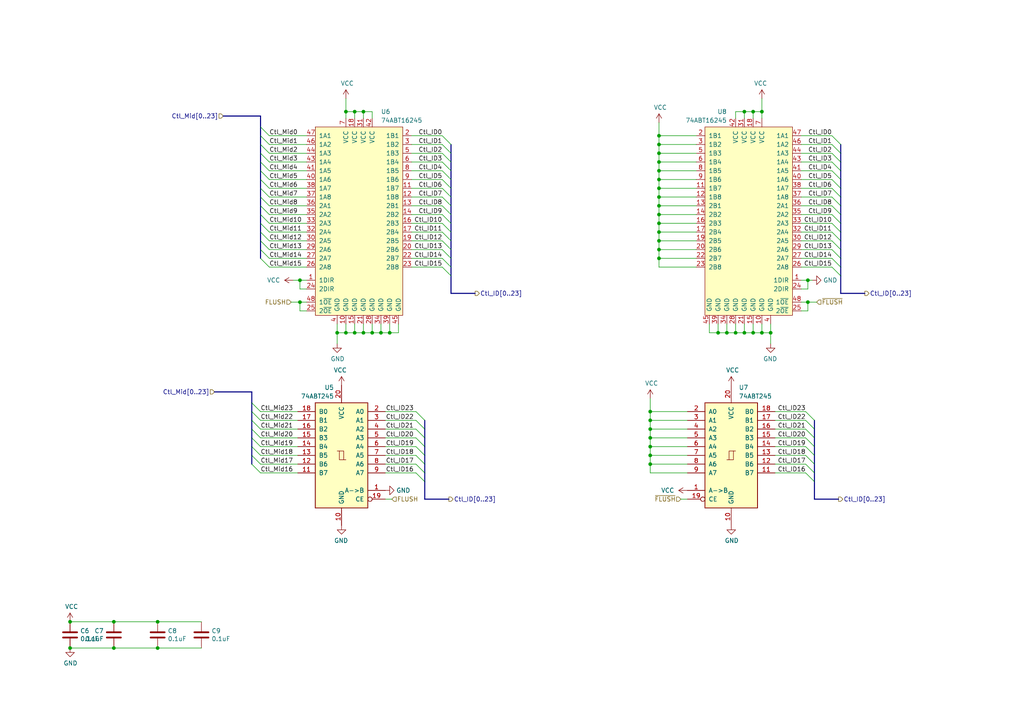
<source format=kicad_sch>
(kicad_sch (version 20230121) (generator eeschema)
  (paper "A4")
  (title_block (date "2023-11-20") (rev "A") (comment 3 "registers must be all ones, which represents a NOP.") (comment 4 "If the ~{FLUSH} signal is asserted then the control signal set presented to the interstage"))
  (lib_symbols
    (symbol "74xx (kicad5):74AHCT16245" (pin_names (offset 1.016))
      (property "Reference" "U" (at 0 1.27 0))
      (property "Value" "74AHCT16245" (at 0 -1.27 0))
      (symbol "74AHCT16245_0_1"
        (rectangle (start -12.7 26.67) (end 12.7 -27.94) (fill (type background)))
      )
      (symbol "74AHCT16245_1_1"
        (pin input line (at -15.24 -17.78 0) (length 2.54) (name "1DIR") (number "1"))
        (pin power_in line (at -3.81 -30.48 90) (length 2.54) (name "GND") (number "10"))
        (pin tri_state line (at 15.24 8.89 180) (length 2.54) (name "1B7") (number "11"))
        (pin tri_state line (at 15.24 6.35 180) (length 2.54) (name "1B8") (number "12"))
        (pin tri_state line (at 15.24 3.81 180) (length 2.54) (name "2B1") (number "13"))
        (pin tri_state line (at 15.24 1.27 180) (length 2.54) (name "2B2") (number "14"))
        (pin power_in line (at -1.27 -30.48 90) (length 2.54) (name "GND") (number "15"))
        (pin tri_state line (at 15.24 -1.27 180) (length 2.54) (name "2B3") (number "16"))
        (pin tri_state line (at 15.24 -3.81 180) (length 2.54) (name "2B4") (number "17"))
        (pin power_in line (at -1.27 29.21 270) (length 2.54) (name "VCC") (number "18"))
        (pin tri_state line (at 15.24 -6.35 180) (length 2.54) (name "2B5") (number "19"))
        (pin tri_state line (at 15.24 24.13 180) (length 2.54) (name "1B1") (number "2"))
        (pin tri_state line (at 15.24 -8.89 180) (length 2.54) (name "2B6") (number "20"))
        (pin power_in line (at 1.27 -30.48 90) (length 2.54) (name "GND") (number "21"))
        (pin tri_state line (at 15.24 -11.43 180) (length 2.54) (name "2B7") (number "22"))
        (pin tri_state line (at 15.24 -13.97 180) (length 2.54) (name "2B8") (number "23"))
        (pin input line (at -15.24 -20.32 0) (length 2.54) (name "2DIR") (number "24"))
        (pin input line (at -15.24 -26.67 0) (length 2.54) (name "2~{OE}") (number "25"))
        (pin tri_state line (at -15.24 -13.97 0) (length 2.54) (name "2A8") (number "26"))
        (pin tri_state line (at -15.24 -11.43 0) (length 2.54) (name "2A7") (number "27"))
        (pin power_in line (at 3.81 -30.48 90) (length 2.54) (name "GND") (number "28"))
        (pin tri_state line (at -15.24 -8.89 0) (length 2.54) (name "2A6") (number "29"))
        (pin tri_state line (at 15.24 21.59 180) (length 2.54) (name "1B2") (number "3"))
        (pin tri_state line (at -15.24 -6.35 0) (length 2.54) (name "2A5") (number "30"))
        (pin power_in line (at 1.27 29.21 270) (length 2.54) (name "VCC") (number "31"))
        (pin tri_state line (at -15.24 -3.81 0) (length 2.54) (name "2A4") (number "32"))
        (pin tri_state line (at -15.24 -1.27 0) (length 2.54) (name "2A3") (number "33"))
        (pin power_in line (at 6.35 -30.48 90) (length 2.54) (name "GND") (number "34"))
        (pin tri_state line (at -15.24 1.27 0) (length 2.54) (name "2A2") (number "35"))
        (pin tri_state line (at -15.24 3.81 0) (length 2.54) (name "2A1") (number "36"))
        (pin tri_state line (at -15.24 6.35 0) (length 2.54) (name "1A8") (number "37"))
        (pin tri_state line (at -15.24 8.89 0) (length 2.54) (name "1A7") (number "38"))
        (pin power_in line (at 8.89 -30.48 90) (length 2.54) (name "GND") (number "39"))
        (pin power_in line (at -6.35 -30.48 90) (length 2.54) (name "GND") (number "4"))
        (pin tri_state line (at -15.24 11.43 0) (length 2.54) (name "1A6") (number "40"))
        (pin tri_state line (at -15.24 13.97 0) (length 2.54) (name "1A5") (number "41"))
        (pin power_in line (at 3.81 29.21 270) (length 2.54) (name "VCC") (number "42"))
        (pin tri_state line (at -15.24 16.51 0) (length 2.54) (name "1A4") (number "43"))
        (pin tri_state line (at -15.24 19.05 0) (length 2.54) (name "1A3") (number "44"))
        (pin power_in line (at 11.43 -30.48 90) (length 2.54) (name "GND") (number "45"))
        (pin tri_state line (at -15.24 21.59 0) (length 2.54) (name "1A2") (number "46"))
        (pin tri_state line (at -15.24 24.13 0) (length 2.54) (name "1A1") (number "47"))
        (pin input line (at -15.24 -24.13 0) (length 2.54) (name "1~{OE}") (number "48"))
        (pin tri_state line (at 15.24 19.05 180) (length 2.54) (name "1B3") (number "5"))
        (pin tri_state line (at 15.24 16.51 180) (length 2.54) (name "1B4") (number "6"))
        (pin power_in line (at -3.81 29.21 270) (length 2.54) (name "VCC") (number "7"))
        (pin tri_state line (at 15.24 13.97 180) (length 2.54) (name "1B5") (number "8"))
        (pin tri_state line (at 15.24 11.43 180) (length 2.54) (name "1B6") (number "9"))
      )
    )
    (symbol "74xx:74HC245" (pin_names (offset 1.016))
      (property "Reference" "U" (at -7.62 16.51 0))
      (property "Value" "74HC245" (at -7.62 -16.51 0))
      (symbol "74HC245_1_0"
        (polyline (pts (xy -0.635 -1.27) (xy -0.635 1.27) (xy 0.635 1.27)))
        (polyline (pts (xy -1.27 -1.27) (xy 0.635 -1.27) (xy 0.635 1.27) (xy 1.27 1.27)))
        (pin input line (at -12.7 -10.16 0) (length 5.08) (name "A->B") (number "1"))
        (pin power_in line (at 0 -20.32 90) (length 5.08) (name "GND") (number "10"))
        (pin tri_state line (at 12.7 -5.08 180) (length 5.08) (name "B7") (number "11"))
        (pin tri_state line (at 12.7 -2.54 180) (length 5.08) (name "B6") (number "12"))
        (pin tri_state line (at 12.7 0 180) (length 5.08) (name "B5") (number "13"))
        (pin tri_state line (at 12.7 2.54 180) (length 5.08) (name "B4") (number "14"))
        (pin tri_state line (at 12.7 5.08 180) (length 5.08) (name "B3") (number "15"))
        (pin tri_state line (at 12.7 7.62 180) (length 5.08) (name "B2") (number "16"))
        (pin tri_state line (at 12.7 10.16 180) (length 5.08) (name "B1") (number "17"))
        (pin tri_state line (at 12.7 12.7 180) (length 5.08) (name "B0") (number "18"))
        (pin input inverted (at -12.7 -12.7 0) (length 5.08) (name "CE") (number "19"))
        (pin tri_state line (at -12.7 12.7 0) (length 5.08) (name "A0") (number "2"))
        (pin power_in line (at 0 20.32 270) (length 5.08) (name "VCC") (number "20"))
        (pin tri_state line (at -12.7 10.16 0) (length 5.08) (name "A1") (number "3"))
        (pin tri_state line (at -12.7 7.62 0) (length 5.08) (name "A2") (number "4"))
        (pin tri_state line (at -12.7 5.08 0) (length 5.08) (name "A3") (number "5"))
        (pin tri_state line (at -12.7 2.54 0) (length 5.08) (name "A4") (number "6"))
        (pin tri_state line (at -12.7 0 0) (length 5.08) (name "A5") (number "7"))
        (pin tri_state line (at -12.7 -2.54 0) (length 5.08) (name "A6") (number "8"))
        (pin tri_state line (at -12.7 -5.08 0) (length 5.08) (name "A7") (number "9"))
      )
      (symbol "74HC245_1_1"
        (rectangle (start -7.62 15.24) (end 7.62 -15.24) (stroke (width 0.254)) (fill (type background)))
      )
    )
    (symbol "Device:C" (pin_numbers hide) (pin_names (offset 0.254))
      (property "Reference" "C" (at 0.635 2.54 0))
      (property "Value" "C" (at 0.635 -2.54 0))
      (symbol "C_0_1"
        (polyline (pts (xy -2.032 -0.762) (xy 2.032 -0.762)) (stroke (width 0.508)))
        (polyline (pts (xy -2.032 0.762) (xy 2.032 0.762)) (stroke (width 0.508)))
      )
      (symbol "C_1_1"
        (pin passive line (at 0 3.81 270) (length 2.794) (name "~") (number "1"))
        (pin passive line (at 0 -3.81 90) (length 2.794) (name "~") (number "2"))
      )
    )
    (symbol "power:GND" (power) (pin_names (offset 0))
      (property "Value" "GND" (at 0 -3.81 0))
      (symbol "GND_0_1"
        (polyline (pts (xy 0 0) (xy 0 -1.27) (xy 1.27 -1.27) (xy 0 -2.54) (xy -1.27 -1.27) (xy 0 -1.27)))
      )
      (symbol "GND_1_1"
        (pin power_in line (at 0 0 270) (length 0) hide (name "GND") (number "1"))
      )
    )
    (symbol "power:VCC" (power) (pin_names (offset 0))
      (property "Value" "VCC" (at 0 3.81 0))
      (symbol "VCC_0_1"
        (polyline (pts (xy -0.762 1.27) (xy 0 2.54)))
        (polyline (pts (xy 0 0) (xy 0 2.54)))
        (polyline (pts (xy 0 2.54) (xy 0.762 1.27)))
      )
      (symbol "VCC_1_1"
        (pin power_in line (at 0 0 90) (length 0) hide (name "VCC") (number "1"))
      )
    )
  )
  (junction (at 188.595 129.54))
  (junction (at 191.135 41.91))
  (junction (at 220.98 32.385))
  (junction (at 100.33 96.52))
  (junction (at 105.41 32.385))
  (junction (at 20.32 187.96))
  (junction (at 188.595 132.08))
  (junction (at 191.135 67.31))
  (junction (at 191.135 44.45))
  (junction (at 191.135 64.77))
  (junction (at 100.33 32.385))
  (junction (at 191.135 69.85))
  (junction (at 188.595 119.38))
  (junction (at 110.49 96.52))
  (junction (at 191.135 72.39))
  (junction (at 105.41 96.52))
  (junction (at 191.135 59.69))
  (junction (at 210.82 96.52))
  (junction (at 223.52 96.52))
  (junction (at 102.87 96.52))
  (junction (at 188.595 124.46))
  (junction (at 191.135 49.53))
  (junction (at 234.315 87.63))
  (junction (at 33.02 187.96))
  (junction (at 191.135 74.93))
  (junction (at 188.595 127))
  (junction (at 102.87 32.385))
  (junction (at 215.9 96.52))
  (junction (at 188.595 134.62))
  (junction (at 45.72 180.34))
  (junction (at 191.135 46.99))
  (junction (at 220.98 96.52))
  (junction (at 86.995 87.63))
  (junction (at 191.135 62.23))
  (junction (at 215.9 32.385))
  (junction (at 191.135 52.07))
  (junction (at 107.95 96.52))
  (junction (at 97.79 96.52))
  (junction (at 191.135 57.15))
  (junction (at 191.135 39.37))
  (junction (at 45.72 187.96))
  (junction (at 213.36 96.52))
  (junction (at 191.135 54.61))
  (junction (at 86.995 81.28))
  (junction (at 218.44 32.385))
  (junction (at 188.595 121.92))
  (junction (at 218.44 96.52))
  (junction (at 33.02 180.34))
  (junction (at 20.32 180.34))
  (junction (at 113.03 96.52))
  (junction (at 208.28 96.52))
  (junction (at 234.315 81.28))
  (bus_entry (at 130.81 72.39) (size -2.54 -2.54))
  (bus_entry (at 243.84 74.93) (size -2.54 -2.54))
  (bus_entry (at 123.19 137.16) (size -2.54 -2.54))
  (bus_entry (at 78.105 59.69) (size -2.54 -2.54))
  (bus_entry (at 123.19 134.62) (size -2.54 -2.54))
  (bus_entry (at 78.105 69.85) (size -2.54 -2.54))
  (bus_entry (at 243.84 62.23) (size -2.54 -2.54))
  (bus_entry (at 236.22 134.62) (size -2.54 -2.54))
  (bus_entry (at 78.105 62.23) (size -2.54 -2.54))
  (bus_entry (at 130.81 69.85) (size -2.54 -2.54))
  (bus_entry (at 243.84 77.47) (size -2.54 -2.54))
  (bus_entry (at 130.81 59.69) (size -2.54 -2.54))
  (bus_entry (at 130.81 44.45) (size -2.54 -2.54))
  (bus_entry (at 75.565 119.38) (size -2.54 -2.54))
  (bus_entry (at 243.84 67.31) (size -2.54 -2.54))
  (bus_entry (at 78.105 54.61) (size -2.54 -2.54))
  (bus_entry (at 78.105 57.15) (size -2.54 -2.54))
  (bus_entry (at 123.19 121.92) (size -2.54 -2.54))
  (bus_entry (at 130.81 49.53) (size -2.54 -2.54))
  (bus_entry (at 243.84 49.53) (size -2.54 -2.54))
  (bus_entry (at 78.105 67.31) (size -2.54 -2.54))
  (bus_entry (at 123.19 124.46) (size -2.54 -2.54))
  (bus_entry (at 243.84 72.39) (size -2.54 -2.54))
  (bus_entry (at 75.565 134.62) (size -2.54 -2.54))
  (bus_entry (at 236.22 124.46) (size -2.54 -2.54))
  (bus_entry (at 78.105 74.93) (size -2.54 -2.54))
  (bus_entry (at 243.84 52.07) (size -2.54 -2.54))
  (bus_entry (at 78.105 64.77) (size -2.54 -2.54))
  (bus_entry (at 130.81 67.31) (size -2.54 -2.54))
  (bus_entry (at 78.105 49.53) (size -2.54 -2.54))
  (bus_entry (at 78.105 52.07) (size -2.54 -2.54))
  (bus_entry (at 78.105 39.37) (size -2.54 -2.54))
  (bus_entry (at 78.105 41.91) (size -2.54 -2.54))
  (bus_entry (at 78.105 44.45) (size -2.54 -2.54))
  (bus_entry (at 78.105 46.99) (size -2.54 -2.54))
  (bus_entry (at 123.19 127) (size -2.54 -2.54))
  (bus_entry (at 130.81 57.15) (size -2.54 -2.54))
  (bus_entry (at 130.81 54.61) (size -2.54 -2.54))
  (bus_entry (at 75.565 124.46) (size -2.54 -2.54))
  (bus_entry (at 123.19 139.7) (size -2.54 -2.54))
  (bus_entry (at 243.84 59.69) (size -2.54 -2.54))
  (bus_entry (at 243.84 64.77) (size -2.54 -2.54))
  (bus_entry (at 243.84 41.91) (size -2.54 -2.54))
  (bus_entry (at 236.22 139.7) (size -2.54 -2.54))
  (bus_entry (at 243.84 80.01) (size -2.54 -2.54))
  (bus_entry (at 243.84 57.15) (size -2.54 -2.54))
  (bus_entry (at 243.84 69.85) (size -2.54 -2.54))
  (bus_entry (at 130.81 46.99) (size -2.54 -2.54))
  (bus_entry (at 75.565 137.16) (size -2.54 -2.54))
  (bus_entry (at 236.22 137.16) (size -2.54 -2.54))
  (bus_entry (at 236.22 129.54) (size -2.54 -2.54))
  (bus_entry (at 75.565 132.08) (size -2.54 -2.54))
  (bus_entry (at 243.84 54.61) (size -2.54 -2.54))
  (bus_entry (at 236.22 132.08) (size -2.54 -2.54))
  (bus_entry (at 130.81 41.91) (size -2.54 -2.54))
  (bus_entry (at 130.81 77.47) (size -2.54 -2.54))
  (bus_entry (at 130.81 74.93) (size -2.54 -2.54))
  (bus_entry (at 130.81 64.77) (size -2.54 -2.54))
  (bus_entry (at 236.22 121.92) (size -2.54 -2.54))
  (bus_entry (at 75.565 127) (size -2.54 -2.54))
  (bus_entry (at 123.19 129.54) (size -2.54 -2.54))
  (bus_entry (at 78.105 77.47) (size -2.54 -2.54))
  (bus_entry (at 236.22 127) (size -2.54 -2.54))
  (bus_entry (at 130.81 52.07) (size -2.54 -2.54))
  (bus_entry (at 75.565 129.54) (size -2.54 -2.54))
  (bus_entry (at 243.84 44.45) (size -2.54 -2.54))
  (bus_entry (at 75.565 121.92) (size -2.54 -2.54))
  (bus_entry (at 123.19 132.08) (size -2.54 -2.54))
  (bus_entry (at 243.84 46.99) (size -2.54 -2.54))
  (bus_entry (at 130.81 62.23) (size -2.54 -2.54))
  (bus_entry (at 78.105 72.39) (size -2.54 -2.54))
  (bus_entry (at 130.81 80.01) (size -2.54 -2.54))
  (wire (pts (xy 191.135 74.93) (xy 191.135 77.47)))
  (wire (pts (xy 215.9 96.52) (xy 213.36 96.52)))
  (wire (pts (xy 241.3 49.53) (xy 232.41 49.53)))
  (wire (pts (xy 120.65 132.08) (xy 111.76 132.08)))
  (wire (pts (xy 191.135 44.45) (xy 201.93 44.45)))
  (bus (pts (xy 75.565 46.99) (xy 75.565 49.53)))
  (wire (pts (xy 191.135 46.99) (xy 191.135 49.53)))
  (bus (pts (xy 75.565 57.15) (xy 75.565 59.69)))
  (bus (pts (xy 243.84 52.07) (xy 243.84 54.61)))
  (wire (pts (xy 234.315 83.82) (xy 232.41 83.82)))
  (wire (pts (xy 215.9 93.98) (xy 215.9 96.52)))
  (wire (pts (xy 78.105 39.37) (xy 88.9 39.37)))
  (wire (pts (xy 191.135 64.77) (xy 191.135 67.31)))
  (wire (pts (xy 75.565 129.54) (xy 86.36 129.54)))
  (bus (pts (xy 243.84 54.61) (xy 243.84 57.15)))
  (wire (pts (xy 33.02 180.34) (xy 45.72 180.34)))
  (wire (pts (xy 78.105 57.15) (xy 88.9 57.15)))
  (wire (pts (xy 224.79 121.92) (xy 233.68 121.92)))
  (wire (pts (xy 191.135 41.91) (xy 191.135 44.45)))
  (bus (pts (xy 243.84 46.99) (xy 243.84 49.53)))
  (wire (pts (xy 128.27 46.99) (xy 119.38 46.99)))
  (bus (pts (xy 130.81 64.77) (xy 130.81 67.31)))
  (wire (pts (xy 188.595 115.57) (xy 188.595 119.38)))
  (wire (pts (xy 188.595 127) (xy 188.595 129.54)))
  (wire (pts (xy 105.41 32.385) (xy 105.41 34.29)))
  (bus (pts (xy 236.22 137.16) (xy 236.22 139.7)))
  (bus (pts (xy 250.825 85.09) (xy 243.84 85.09)))
  (bus (pts (xy 75.565 36.83) (xy 75.565 39.37)))
  (wire (pts (xy 75.565 127) (xy 86.36 127)))
  (bus (pts (xy 137.795 85.09) (xy 130.81 85.09)))
  (wire (pts (xy 78.105 72.39) (xy 88.9 72.39)))
  (wire (pts (xy 85.09 81.28) (xy 86.995 81.28)))
  (wire (pts (xy 191.135 74.93) (xy 201.93 74.93)))
  (bus (pts (xy 130.81 74.93) (xy 130.81 77.47)))
  (wire (pts (xy 110.49 96.52) (xy 113.03 96.52)))
  (bus (pts (xy 123.19 129.54) (xy 123.19 132.08)))
  (wire (pts (xy 20.32 180.34) (xy 33.02 180.34)))
  (wire (pts (xy 218.44 96.52) (xy 215.9 96.52)))
  (wire (pts (xy 78.105 49.53) (xy 88.9 49.53)))
  (wire (pts (xy 241.3 72.39) (xy 232.41 72.39)))
  (bus (pts (xy 130.81 67.31) (xy 130.81 69.85)))
  (wire (pts (xy 220.98 32.385) (xy 218.44 32.385)))
  (wire (pts (xy 220.98 28.575) (xy 220.98 32.385)))
  (bus (pts (xy 123.19 132.08) (xy 123.19 134.62)))
  (wire (pts (xy 78.105 62.23) (xy 88.9 62.23)))
  (wire (pts (xy 128.27 39.37) (xy 119.38 39.37)))
  (wire (pts (xy 97.79 96.52) (xy 100.33 96.52)))
  (wire (pts (xy 241.3 77.47) (xy 232.41 77.47)))
  (wire (pts (xy 105.41 32.385) (xy 107.95 32.385)))
  (wire (pts (xy 188.595 121.92) (xy 188.595 124.46)))
  (wire (pts (xy 100.33 32.385) (xy 102.87 32.385)))
  (wire (pts (xy 78.105 46.99) (xy 88.9 46.99)))
  (wire (pts (xy 188.595 127) (xy 199.39 127)))
  (wire (pts (xy 102.87 96.52) (xy 105.41 96.52)))
  (wire (pts (xy 100.33 93.98) (xy 100.33 96.52)))
  (wire (pts (xy 208.28 93.98) (xy 208.28 96.52)))
  (wire (pts (xy 102.87 32.385) (xy 102.87 34.29)))
  (wire (pts (xy 97.79 93.98) (xy 97.79 96.52)))
  (wire (pts (xy 191.135 69.85) (xy 201.93 69.85)))
  (wire (pts (xy 191.135 49.53) (xy 191.135 52.07)))
  (wire (pts (xy 191.135 44.45) (xy 191.135 46.99)))
  (bus (pts (xy 243.84 77.47) (xy 243.84 80.01)))
  (wire (pts (xy 86.995 81.28) (xy 86.995 83.82)))
  (wire (pts (xy 120.65 121.92) (xy 111.76 121.92)))
  (wire (pts (xy 191.135 64.77) (xy 201.93 64.77)))
  (bus (pts (xy 130.81 69.85) (xy 130.81 72.39)))
  (wire (pts (xy 197.485 144.78) (xy 199.39 144.78)))
  (wire (pts (xy 128.27 44.45) (xy 119.38 44.45)))
  (wire (pts (xy 102.87 93.98) (xy 102.87 96.52)))
  (bus (pts (xy 75.565 69.85) (xy 75.565 72.39)))
  (wire (pts (xy 78.105 59.69) (xy 88.9 59.69)))
  (wire (pts (xy 241.3 44.45) (xy 232.41 44.45)))
  (wire (pts (xy 84.455 87.63) (xy 86.995 87.63)))
  (wire (pts (xy 78.105 54.61) (xy 88.9 54.61)))
  (bus (pts (xy 123.19 121.92) (xy 123.19 124.46)))
  (wire (pts (xy 234.315 87.63) (xy 232.41 87.63)))
  (wire (pts (xy 218.44 32.385) (xy 218.44 34.29)))
  (wire (pts (xy 107.95 32.385) (xy 107.95 34.29)))
  (bus (pts (xy 123.19 127) (xy 123.19 129.54)))
  (wire (pts (xy 128.27 62.23) (xy 119.38 62.23)))
  (wire (pts (xy 110.49 93.98) (xy 110.49 96.52)))
  (wire (pts (xy 107.95 96.52) (xy 110.49 96.52)))
  (bus (pts (xy 130.81 59.69) (xy 130.81 62.23)))
  (bus (pts (xy 243.84 41.91) (xy 243.84 44.45)))
  (wire (pts (xy 191.135 62.23) (xy 201.93 62.23)))
  (wire (pts (xy 191.135 52.07) (xy 191.135 54.61)))
  (wire (pts (xy 120.65 124.46) (xy 111.76 124.46)))
  (wire (pts (xy 97.79 96.52) (xy 97.79 99.695)))
  (wire (pts (xy 86.995 90.17) (xy 86.995 87.63)))
  (wire (pts (xy 210.82 96.52) (xy 208.28 96.52)))
  (bus (pts (xy 236.22 127) (xy 236.22 129.54)))
  (wire (pts (xy 241.3 57.15) (xy 232.41 57.15)))
  (bus (pts (xy 236.22 132.08) (xy 236.22 134.62)))
  (wire (pts (xy 188.595 129.54) (xy 188.595 132.08)))
  (wire (pts (xy 241.3 54.61) (xy 232.41 54.61)))
  (wire (pts (xy 100.33 28.575) (xy 100.33 32.385)))
  (wire (pts (xy 191.135 46.99) (xy 201.93 46.99)))
  (wire (pts (xy 188.595 137.16) (xy 199.39 137.16)))
  (wire (pts (xy 128.27 59.69) (xy 119.38 59.69)))
  (bus (pts (xy 73.025 116.84) (xy 73.025 119.38)))
  (wire (pts (xy 58.42 187.96) (xy 45.72 187.96)))
  (wire (pts (xy 213.36 96.52) (xy 210.82 96.52)))
  (wire (pts (xy 128.27 72.39) (xy 119.38 72.39)))
  (wire (pts (xy 236.855 87.63) (xy 234.315 87.63)))
  (bus (pts (xy 130.81 80.01) (xy 130.81 85.09)))
  (wire (pts (xy 128.27 57.15) (xy 119.38 57.15)))
  (wire (pts (xy 45.72 180.34) (xy 58.42 180.34)))
  (wire (pts (xy 213.36 93.98) (xy 213.36 96.52)))
  (wire (pts (xy 241.3 46.99) (xy 232.41 46.99)))
  (wire (pts (xy 223.52 96.52) (xy 223.52 99.695)))
  (wire (pts (xy 220.98 34.29) (xy 220.98 32.385)))
  (wire (pts (xy 128.27 41.91) (xy 119.38 41.91)))
  (wire (pts (xy 128.27 54.61) (xy 119.38 54.61)))
  (wire (pts (xy 188.595 134.62) (xy 199.39 134.62)))
  (wire (pts (xy 188.595 132.08) (xy 199.39 132.08)))
  (wire (pts (xy 241.3 39.37) (xy 232.41 39.37)))
  (wire (pts (xy 241.3 67.31) (xy 232.41 67.31)))
  (wire (pts (xy 218.44 93.98) (xy 218.44 96.52)))
  (bus (pts (xy 75.565 39.37) (xy 75.565 41.91)))
  (wire (pts (xy 191.135 72.39) (xy 201.93 72.39)))
  (wire (pts (xy 215.9 32.385) (xy 215.9 34.29)))
  (bus (pts (xy 73.025 127) (xy 73.025 129.54)))
  (bus (pts (xy 236.22 134.62) (xy 236.22 137.16)))
  (bus (pts (xy 243.84 67.31) (xy 243.84 69.85)))
  (bus (pts (xy 130.81 46.99) (xy 130.81 49.53)))
  (wire (pts (xy 232.41 90.17) (xy 234.315 90.17)))
  (bus (pts (xy 123.19 134.62) (xy 123.19 137.16)))
  (bus (pts (xy 62.23 113.665) (xy 73.025 113.665)))
  (wire (pts (xy 188.595 134.62) (xy 188.595 137.16)))
  (bus (pts (xy 130.81 52.07) (xy 130.81 54.61)))
  (wire (pts (xy 188.595 119.38) (xy 199.39 119.38)))
  (wire (pts (xy 120.65 137.16) (xy 111.76 137.16)))
  (wire (pts (xy 241.3 52.07) (xy 232.41 52.07)))
  (wire (pts (xy 113.03 96.52) (xy 115.57 96.52)))
  (wire (pts (xy 78.105 41.91) (xy 88.9 41.91)))
  (bus (pts (xy 243.84 64.77) (xy 243.84 67.31)))
  (wire (pts (xy 224.79 132.08) (xy 233.68 132.08)))
  (bus (pts (xy 75.565 59.69) (xy 75.565 62.23)))
  (wire (pts (xy 188.595 119.38) (xy 188.595 121.92)))
  (wire (pts (xy 191.135 59.69) (xy 201.93 59.69)))
  (wire (pts (xy 205.74 96.52) (xy 205.74 93.98)))
  (wire (pts (xy 235.585 81.28) (xy 234.315 81.28)))
  (bus (pts (xy 243.84 74.93) (xy 243.84 77.47)))
  (bus (pts (xy 75.565 67.31) (xy 75.565 69.85)))
  (bus (pts (xy 123.19 139.7) (xy 123.19 144.78)))
  (wire (pts (xy 220.98 96.52) (xy 218.44 96.52)))
  (wire (pts (xy 208.28 96.52) (xy 205.74 96.52)))
  (bus (pts (xy 130.81 57.15) (xy 130.81 59.69)))
  (bus (pts (xy 130.81 44.45) (xy 130.81 46.99)))
  (wire (pts (xy 191.135 69.85) (xy 191.135 72.39)))
  (wire (pts (xy 234.315 90.17) (xy 234.315 87.63)))
  (wire (pts (xy 78.105 74.93) (xy 88.9 74.93)))
  (bus (pts (xy 243.84 80.01) (xy 243.84 85.09)))
  (wire (pts (xy 128.27 49.53) (xy 119.38 49.53)))
  (wire (pts (xy 191.135 72.39) (xy 191.135 74.93)))
  (wire (pts (xy 100.33 96.52) (xy 102.87 96.52)))
  (wire (pts (xy 75.565 132.08) (xy 86.36 132.08)))
  (bus (pts (xy 123.19 124.46) (xy 123.19 127)))
  (wire (pts (xy 33.02 187.96) (xy 20.32 187.96)))
  (wire (pts (xy 78.105 77.47) (xy 88.9 77.47)))
  (wire (pts (xy 75.565 134.62) (xy 86.36 134.62)))
  (bus (pts (xy 130.81 49.53) (xy 130.81 52.07)))
  (wire (pts (xy 210.82 93.98) (xy 210.82 96.52)))
  (wire (pts (xy 215.9 32.385) (xy 213.36 32.385)))
  (wire (pts (xy 224.79 127) (xy 233.68 127)))
  (bus (pts (xy 73.025 119.38) (xy 73.025 121.92)))
  (wire (pts (xy 224.79 137.16) (xy 233.68 137.16)))
  (wire (pts (xy 78.105 67.31) (xy 88.9 67.31)))
  (bus (pts (xy 243.205 144.78) (xy 236.22 144.78)))
  (wire (pts (xy 218.44 32.385) (xy 215.9 32.385)))
  (wire (pts (xy 120.65 119.38) (xy 111.76 119.38)))
  (bus (pts (xy 75.565 52.07) (xy 75.565 54.61)))
  (bus (pts (xy 236.22 139.7) (xy 236.22 144.78)))
  (bus (pts (xy 243.84 49.53) (xy 243.84 52.07)))
  (wire (pts (xy 188.595 132.08) (xy 188.595 134.62)))
  (wire (pts (xy 191.135 67.31) (xy 201.93 67.31)))
  (wire (pts (xy 224.79 124.46) (xy 233.68 124.46)))
  (wire (pts (xy 213.36 32.385) (xy 213.36 34.29)))
  (wire (pts (xy 191.135 62.23) (xy 191.135 64.77)))
  (bus (pts (xy 64.77 33.655) (xy 75.565 33.655)))
  (wire (pts (xy 128.27 52.07) (xy 119.38 52.07)))
  (wire (pts (xy 232.41 81.28) (xy 234.315 81.28)))
  (bus (pts (xy 73.025 113.665) (xy 73.025 116.84)))
  (bus (pts (xy 75.565 41.91) (xy 75.565 44.45)))
  (wire (pts (xy 241.3 59.69) (xy 232.41 59.69)))
  (wire (pts (xy 120.65 129.54) (xy 111.76 129.54)))
  (wire (pts (xy 241.3 74.93) (xy 232.41 74.93)))
  (wire (pts (xy 100.33 34.29) (xy 100.33 32.385)))
  (wire (pts (xy 120.65 134.62) (xy 111.76 134.62)))
  (wire (pts (xy 241.3 64.77) (xy 232.41 64.77)))
  (bus (pts (xy 243.84 72.39) (xy 243.84 74.93)))
  (wire (pts (xy 224.79 134.62) (xy 233.68 134.62)))
  (wire (pts (xy 128.27 69.85) (xy 119.38 69.85)))
  (wire (pts (xy 107.95 93.98) (xy 107.95 96.52)))
  (wire (pts (xy 191.135 39.37) (xy 191.135 41.91)))
  (bus (pts (xy 130.81 62.23) (xy 130.81 64.77)))
  (bus (pts (xy 75.565 44.45) (xy 75.565 46.99)))
  (wire (pts (xy 191.135 41.91) (xy 201.93 41.91)))
  (wire (pts (xy 188.595 121.92) (xy 199.39 121.92)))
  (wire (pts (xy 120.65 127) (xy 111.76 127)))
  (wire (pts (xy 88.9 90.17) (xy 86.995 90.17)))
  (wire (pts (xy 113.665 144.78) (xy 111.76 144.78)))
  (bus (pts (xy 75.565 49.53) (xy 75.565 52.07)))
  (bus (pts (xy 236.22 124.46) (xy 236.22 127)))
  (wire (pts (xy 86.995 87.63) (xy 88.9 87.63)))
  (wire (pts (xy 128.27 74.93) (xy 119.38 74.93)))
  (bus (pts (xy 130.81 54.61) (xy 130.81 57.15)))
  (wire (pts (xy 75.565 121.92) (xy 86.36 121.92)))
  (wire (pts (xy 113.03 93.98) (xy 113.03 96.52)))
  (wire (pts (xy 88.9 81.28) (xy 86.995 81.28)))
  (bus (pts (xy 130.81 41.91) (xy 130.81 44.45)))
  (bus (pts (xy 243.84 62.23) (xy 243.84 64.77)))
  (wire (pts (xy 102.87 32.385) (xy 105.41 32.385)))
  (bus (pts (xy 73.025 121.92) (xy 73.025 124.46)))
  (bus (pts (xy 75.565 62.23) (xy 75.565 64.77)))
  (wire (pts (xy 78.105 64.77) (xy 88.9 64.77)))
  (wire (pts (xy 115.57 96.52) (xy 115.57 93.98)))
  (wire (pts (xy 241.3 41.91) (xy 232.41 41.91)))
  (bus (pts (xy 236.22 121.92) (xy 236.22 124.46)))
  (wire (pts (xy 191.135 39.37) (xy 201.93 39.37)))
  (wire (pts (xy 223.52 93.98) (xy 223.52 96.52)))
  (bus (pts (xy 243.84 57.15) (xy 243.84 59.69)))
  (wire (pts (xy 78.105 44.45) (xy 88.9 44.45)))
  (bus (pts (xy 130.81 77.47) (xy 130.81 80.01)))
  (wire (pts (xy 241.3 62.23) (xy 232.41 62.23)))
  (wire (pts (xy 191.135 67.31) (xy 191.135 69.85)))
  (bus (pts (xy 75.565 64.77) (xy 75.565 67.31)))
  (wire (pts (xy 191.135 35.56) (xy 191.135 39.37)))
  (bus (pts (xy 236.22 129.54) (xy 236.22 132.08)))
  (bus (pts (xy 243.84 59.69) (xy 243.84 62.23)))
  (wire (pts (xy 45.72 187.96) (xy 33.02 187.96)))
  (wire (pts (xy 224.79 119.38) (xy 233.68 119.38)))
  (wire (pts (xy 78.105 69.85) (xy 88.9 69.85)))
  (wire (pts (xy 188.595 124.46) (xy 188.595 127)))
  (bus (pts (xy 130.81 72.39) (xy 130.81 74.93)))
  (wire (pts (xy 191.135 57.15) (xy 201.93 57.15)))
  (wire (pts (xy 128.27 77.47) (xy 119.38 77.47)))
  (bus (pts (xy 73.025 132.08) (xy 73.025 134.62)))
  (wire (pts (xy 128.27 64.77) (xy 119.38 64.77)))
  (bus (pts (xy 73.025 124.46) (xy 73.025 127)))
  (wire (pts (xy 191.135 49.53) (xy 201.93 49.53)))
  (wire (pts (xy 191.135 59.69) (xy 191.135 62.23)))
  (bus (pts (xy 243.84 69.85) (xy 243.84 72.39)))
  (wire (pts (xy 234.315 81.28) (xy 234.315 83.82)))
  (wire (pts (xy 188.595 124.46) (xy 199.39 124.46)))
  (wire (pts (xy 191.135 77.47) (xy 201.93 77.47)))
  (bus (pts (xy 75.565 33.655) (xy 75.565 36.83)))
  (wire (pts (xy 128.27 67.31) (xy 119.38 67.31)))
  (wire (pts (xy 241.3 69.85) (xy 232.41 69.85)))
  (bus (pts (xy 123.19 137.16) (xy 123.19 139.7)))
  (wire (pts (xy 191.135 57.15) (xy 191.135 59.69)))
  (wire (pts (xy 105.41 93.98) (xy 105.41 96.52)))
  (bus (pts (xy 130.175 144.78) (xy 123.19 144.78)))
  (wire (pts (xy 188.595 129.54) (xy 199.39 129.54)))
  (wire (pts (xy 75.565 124.46) (xy 86.36 124.46)))
  (wire (pts (xy 105.41 96.52) (xy 107.95 96.52)))
  (bus (pts (xy 243.84 44.45) (xy 243.84 46.99)))
  (bus (pts (xy 73.025 129.54) (xy 73.025 132.08)))
  (wire (pts (xy 78.105 52.07) (xy 88.9 52.07)))
  (wire (pts (xy 86.995 83.82) (xy 88.9 83.82)))
  (bus (pts (xy 75.565 54.61) (xy 75.565 57.15)))
  (wire (pts (xy 223.52 96.52) (xy 220.98 96.52)))
  (wire (pts (xy 220.98 93.98) (xy 220.98 96.52)))
  (wire (pts (xy 191.135 52.07) (xy 201.93 52.07)))
  (wire (pts (xy 191.135 54.61) (xy 191.135 57.15)))
  (wire (pts (xy 75.565 137.16) (xy 86.36 137.16)))
  (wire (pts (xy 224.79 129.54) (xy 233.68 129.54)))
  (wire (pts (xy 191.135 54.61) (xy 201.93 54.61)))
  (wire (pts (xy 75.565 119.38) (xy 86.36 119.38)))
  (bus (pts (xy 75.565 72.39) (xy 75.565 74.93)))
  (label "Ctl_Mid23" (at 75.565 119.38 0))
  (label "Ctl_Mid0" (at 78.105 39.37 0))
  (label "Ctl_Mid20" (at 75.565 127 0))
  (label "Ctl_ID0" (at 128.27 39.37 180))
  (label "Ctl_ID11" (at 128.27 67.31 180))
  (label "Ctl_Mid17" (at 75.565 134.62 0))
  (label "Ctl_Mid6" (at 78.105 54.61 0))
  (label "Ctl_ID7" (at 128.27 57.15 180))
  (label "Ctl_ID14" (at 241.3 74.93 180))
  (label "Ctl_Mid19" (at 75.565 129.54 0))
  (label "Ctl_ID20" (at 233.68 127 180))
  (label "Ctl_Mid9" (at 78.105 62.23 0))
  (label "Ctl_Mid3" (at 78.105 46.99 0))
  (label "Ctl_Mid7" (at 78.105 57.15 0))
  (label "Ctl_ID0" (at 241.3 39.37 180))
  (label "Ctl_ID12" (at 128.27 69.85 180))
  (label "Ctl_ID13" (at 241.3 72.39 180))
  (label "Ctl_ID2" (at 241.3 44.45 180))
  (label "Ctl_Mid11" (at 78.105 67.31 0))
  (label "Ctl_ID19" (at 120.015 129.54 180))
  (label "Ctl_ID9" (at 241.3 62.23 180))
  (label "Ctl_Mid8" (at 78.105 59.69 0))
  (label "Ctl_Mid1" (at 78.105 41.91 0))
  (label "Ctl_ID3" (at 241.3 46.99 180))
  (label "Ctl_ID1" (at 128.27 41.91 180))
  (label "Ctl_ID8" (at 128.27 59.69 180))
  (label "Ctl_Mid2" (at 78.105 44.45 0))
  (label "Ctl_Mid10" (at 78.105 64.77 0))
  (label "Ctl_ID12" (at 241.3 69.85 180))
  (label "Ctl_Mid22" (at 75.565 121.92 0))
  (label "Ctl_ID23" (at 233.68 119.38 180))
  (label "Ctl_Mid16" (at 75.565 137.16 0))
  (label "Ctl_ID16" (at 233.68 137.16 180))
  (label "Ctl_ID14" (at 128.27 74.93 180))
  (label "Ctl_ID20" (at 120.015 127 180))
  (label "Ctl_Mid5" (at 78.105 52.07 0))
  (label "Ctl_ID22" (at 233.68 121.92 180))
  (label "Ctl_Mid15" (at 78.105 77.47 0))
  (label "Ctl_ID13" (at 128.27 72.39 180))
  (label "Ctl_ID2" (at 128.27 44.45 180))
  (label "Ctl_ID6" (at 241.3 54.61 180))
  (label "Ctl_ID1" (at 241.3 41.91 180))
  (label "Ctl_ID6" (at 128.27 54.61 180))
  (label "Ctl_Mid13" (at 78.105 72.39 0))
  (label "Ctl_Mid4" (at 78.105 49.53 0))
  (label "Ctl_Mid12" (at 78.105 69.85 0))
  (label "Ctl_ID10" (at 128.27 64.77 180))
  (label "Ctl_Mid14" (at 78.105 74.93 0))
  (label "Ctl_ID11" (at 241.3 67.31 180))
  (label "Ctl_ID22" (at 120.015 121.92 180))
  (label "Ctl_ID8" (at 241.3 59.69 180))
  (label "Ctl_ID4" (at 241.3 49.53 180))
  (label "Ctl_ID4" (at 128.27 49.53 180))
  (label "Ctl_Mid21" (at 75.565 124.46 0))
  (label "Ctl_ID5" (at 128.27 52.07 180))
  (label "Ctl_ID16" (at 120.015 137.16 180))
  (label "Ctl_ID5" (at 241.3 52.07 180))
  (label "Ctl_ID21" (at 120.015 124.46 180))
  (label "Ctl_ID15" (at 241.3 77.47 180))
  (label "Ctl_ID3" (at 128.27 46.99 180))
  (label "Ctl_ID18" (at 120.015 132.08 180))
  (label "Ctl_ID19" (at 233.68 129.54 180))
  (label "Ctl_ID17" (at 120.015 134.62 180))
  (label "Ctl_ID10" (at 241.3 64.77 180))
  (label "Ctl_ID21" (at 233.68 124.46 180))
  (label "Ctl_ID7" (at 241.3 57.15 180))
  (label "Ctl_ID17" (at 233.68 134.62 180))
  (label "Ctl_Mid18" (at 75.565 132.08 0))
  (label "Ctl_ID23" (at 120.015 119.38 180))
  (label "Ctl_ID9" (at 128.27 62.23 180))
  (label "Ctl_ID18" (at 233.68 132.08 180))
  (label "Ctl_ID15" (at 128.27 77.47 180))
  (hierarchical_label "Ctl_ID[0..23]" (shape output) (at 243.205 144.78 0))
  (hierarchical_label "Ctl_ID[0..23]" (shape output) (at 137.795 85.09 0))
  (hierarchical_label "Ctl_ID[0..23]" (shape output) (at 250.825 85.09 0))
  (hierarchical_label "~{FLUSH}" (shape input) (at 236.855 87.63 0))
  (hierarchical_label "FLUSH" (shape input) (at 84.455 87.63 180))
  (hierarchical_label "~{FLUSH}" (shape input) (at 197.485 144.78 180))
  (hierarchical_label "Ctl_Mid[0..23]" (shape input) (at 64.77 33.655 180))
  (hierarchical_label "FLUSH" (shape input) (at 113.665 144.78 0))
  (hierarchical_label "Ctl_ID[0..23]" (shape output) (at 130.175 144.78 0))
  (hierarchical_label "Ctl_Mid[0..23]" (shape input) (at 62.23 113.665 180))
  (symbol (lib_id "power:VCC") (at 100.33 28.575 0) (unit 1)
    (property "Reference" "#PWR041" (effects hide))
    (property "Value" "VCC" (at 100.711 24.1808 0))
  )
  (symbol (lib_id "power:VCC") (at 188.595 115.57 0) (unit 1)
    (property "Reference" "#PWR043" (effects hide))
    (property "Value" "VCC" (at 188.976 111.1758 0))
  )
  (symbol (lib_id "power:VCC") (at 220.98 28.575 0) (mirror y) (unit 1)
    (property "Reference" "#PWR048" (effects hide))
    (property "Value" "VCC" (at 220.599 24.1808 0))
  )
  (symbol (lib_id "power:VCC") (at 20.32 180.34 0) (unit 1)
    (property "Reference" "#PWR035" (effects hide))
    (property "Value" "VCC" (at 20.7518 175.9458 0))
  )
  (symbol (lib_id "power:GND") (at 235.585 81.28 90) (unit 1)
    (property "Reference" "#PWR050" (effects hide))
    (property "Value" "GND" (at 238.76 81.28 90) (effects (justify right)))
  )
  (symbol (lib_id "power:VCC") (at 212.09 111.76 0) (unit 1)
    (property "Reference" "#PWR046" (effects hide))
    (property "Value" "VCC" (at 212.471 107.3658 0))
  )
  (symbol (lib_id "power:VCC") (at 199.39 142.24 90) (unit 1)
    (property "Reference" "#PWR045" (effects hide))
    (property "Value" "VCC" (at 195.58 142.24 90) (effects (justify left)))
  )
  (symbol (lib_id "Device:C") (at 45.72 184.15 0) (unit 1)
    (property "Reference" "C8" (at 48.641 182.9816 0) (effects (justify left)))
    (property "Value" "0.1uF" (at 48.641 185.293 0) (effects (justify left)))
    (property "Footprint" "Capacitor_SMD:C_0603_1608Metric_Pad1.08x0.95mm_HandSolder" (effects hide))
    (property "Mouser" "https://www.mouser.com/ProductDetail/963-EMK107B7104KAHT" (effects hide))
  )
  (symbol (lib_id "Device:C") (at 33.02 184.15 0) (mirror y) (unit 1)
    (property "Reference" "C7" (at 30.099 182.9816 0) (effects (justify left)))
    (property "Value" "0.1uF" (at 30.099 185.293 0) (effects (justify left)))
    (property "Footprint" "Capacitor_SMD:C_0603_1608Metric_Pad1.08x0.95mm_HandSolder" (effects hide))
    (property "Mouser" "https://www.mouser.com/ProductDetail/963-EMK107B7104KAHT" (effects hide))
  )
  (symbol (lib_id "74xx (kicad5):74AHCT16245") (at 104.14 63.5 0) (unit 1)
    (property "Reference" "U6" (at 110.49 32.385 0) (effects (justify left)))
    (property "Value" "74ABT16245" (at 110.49 34.925 0) (effects (justify left)))
    (property "Footprint" "Package_SO:TSSOP-48_6.1x12.5mm_P0.5mm" (effects hide))
    (property "Datasheet" "https://www.ti.com/general/docs/suppproductinfo.tsp?distId=26&gotoUrl=https://www.ti.com/lit/gpn/sn74abt16245a" (effects hide))
    (property "Mouser" "https://www.mouser.com/ProductDetail/Texas-Instruments/74ABT16245ADGGRG4?qs=AsTZqt%2FmeqlOzxDYtxnpKQ%3D%3D" (effects hide))
  )
  (symbol (lib_id "power:VCC") (at 191.135 35.56 0) (unit 1)
    (property "Reference" "#PWR044" (effects hide))
    (property "Value" "VCC" (at 191.516 31.1658 0))
  )
  (symbol (lib_id "power:GND") (at 111.76 142.24 90) (unit 1)
    (property "Reference" "#PWR042" (effects hide))
    (property "Value" "GND" (at 114.935 142.24 90) (effects (justify right)))
  )
  (symbol (lib_id "74xx:74HC245") (at 99.06 132.08 0) (mirror y) (unit 1)
    (property "Reference" "U5" (at 96.8659 112.395 0) (effects (justify left)))
    (property "Value" "74ABT245" (at 96.8659 114.935 0) (effects (justify left)))
    (property "Footprint" "Package_SO:TSSOP-20_4.4x6.5mm_P0.65mm" (effects hide))
    (property "Datasheet" "https://www.ti.com/general/docs/suppproductinfo.tsp?distId=26&gotoUrl=https://www.ti.com/lit/gpn/sn74abt245b" (effects hide))
    (property "Mouser" "https://www.mouser.com/ProductDetail/Texas-Instruments/SN74ABT245BPWR?qs=5nGYs9Do7G2%2F7Vhs1ZTTgg%3D%3D" (effects hide))
  )
  (symbol (lib_id "power:VCC") (at 99.06 111.76 0) (mirror y) (unit 1)
    (property "Reference" "#PWR039" (effects hide))
    (property "Value" "VCC" (at 98.679 107.3658 0))
  )
  (symbol (lib_id "74xx:74HC245") (at 212.09 132.08 0) (unit 1)
    (property "Reference" "U7" (at 214.2841 112.395 0) (effects (justify left)))
    (property "Value" "74ABT245" (at 214.2841 114.935 0) (effects (justify left)))
    (property "Footprint" "Package_SO:TSSOP-20_4.4x6.5mm_P0.65mm" (effects hide))
    (property "Datasheet" "https://www.ti.com/general/docs/suppproductinfo.tsp?distId=26&gotoUrl=https://www.ti.com/lit/gpn/sn74abt245b" (effects hide))
    (property "Mouser" "https://www.mouser.com/ProductDetail/Texas-Instruments/SN74ABT245BPWR?qs=5nGYs9Do7G2%2F7Vhs1ZTTgg%3D%3D" (effects hide))
  )
  (symbol (lib_id "power:GND") (at 20.32 187.96 0) (unit 1)
    (property "Reference" "#PWR036" (effects hide))
    (property "Value" "GND" (at 20.447 192.3542 0))
  )
  (symbol (lib_id "power:GND") (at 97.79 99.695 0) (unit 1)
    (property "Reference" "#PWR038" (effects hide))
    (property "Value" "GND" (at 97.917 104.0892 0))
  )
  (symbol (lib_id "power:VCC") (at 85.09 81.28 90) (unit 1)
    (property "Reference" "#PWR037" (effects hide))
    (property "Value" "VCC" (at 81.28 81.28 90) (effects (justify left)))
  )
  (symbol (lib_id "power:GND") (at 212.09 152.4 0) (unit 1)
    (property "Reference" "#PWR047" (effects hide))
    (property "Value" "GND" (at 212.217 156.7942 0))
  )
  (symbol (lib_id "power:GND") (at 99.06 152.4 0) (mirror y) (unit 1)
    (property "Reference" "#PWR040" (effects hide))
    (property "Value" "GND" (at 98.933 156.7942 0))
  )
  (symbol (lib_id "Device:C") (at 58.42 184.15 0) (unit 1)
    (property "Reference" "C9" (at 61.341 182.9816 0) (effects (justify left)))
    (property "Value" "0.1uF" (at 61.341 185.293 0) (effects (justify left)))
    (property "Footprint" "Capacitor_SMD:C_0603_1608Metric_Pad1.08x0.95mm_HandSolder" (effects hide))
    (property "Mouser" "https://www.mouser.com/ProductDetail/963-EMK107B7104KAHT" (effects hide))
  )
  (symbol (lib_id "Device:C") (at 20.32 184.15 0) (unit 1)
    (property "Reference" "C6" (at 23.241 182.9816 0) (effects (justify left)))
    (property "Value" "0.1uF" (at 23.241 185.293 0) (effects (justify left)))
    (property "Footprint" "Capacitor_SMD:C_0603_1608Metric_Pad1.08x0.95mm_HandSolder" (effects hide))
    (property "Mouser" "https://www.mouser.com/ProductDetail/963-EMK107B7104KAHT" (effects hide))
  )
  (symbol (lib_id "power:GND") (at 223.52 99.695 0) (mirror y) (unit 1)
    (property "Reference" "#PWR049" (effects hide))
    (property "Value" "GND" (at 223.393 104.0892 0))
  )
  (symbol (lib_id "74xx (kicad5):74AHCT16245") (at 217.17 63.5 0) (mirror y) (unit 1)
    (property "Reference" "U8" (at 210.82 32.385 0) (effects (justify left)))
    (property "Value" "74ABT16245" (at 210.82 34.925 0) (effects (justify left)))
    (property "Footprint" "Package_SO:TSSOP-48_6.1x12.5mm_P0.5mm" (effects hide))
    (property "Datasheet" "https://www.ti.com/general/docs/suppproductinfo.tsp?distId=26&gotoUrl=https://www.ti.com/lit/gpn/sn74abt16245a" (effects hide))
    (property "Mouser" "https://www.mouser.com/ProductDetail/Texas-Instruments/74ABT16245ADGGRG4?qs=AsTZqt%2FmeqlOzxDYtxnpKQ%3D%3D" (effects hide))
  )
)
</source>
